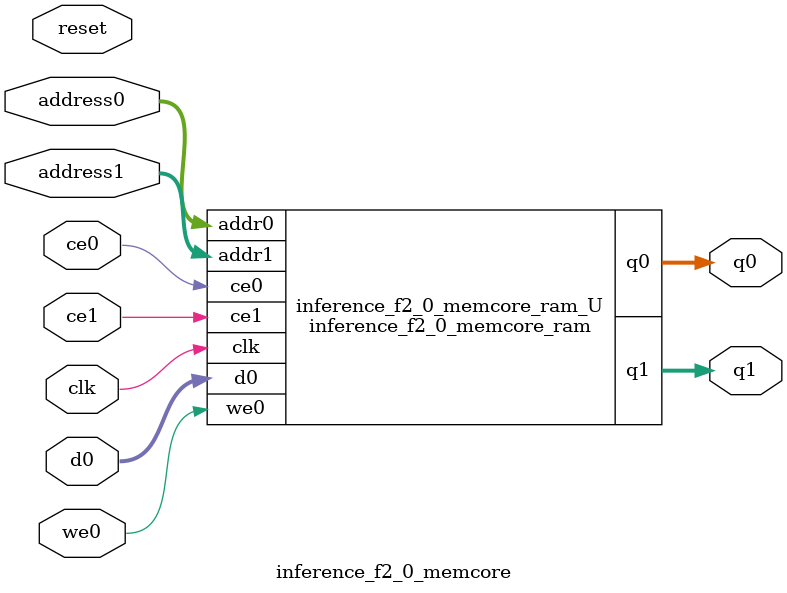
<source format=v>

`timescale 1 ns / 1 ps
module inference_f2_0_memcore_ram (addr0, ce0, d0, we0, q0, addr1, ce1, q1,  clk);

parameter DWIDTH = 32;
parameter AWIDTH = 9;
parameter MEM_SIZE = 480;

input[AWIDTH-1:0] addr0;
input ce0;
input[DWIDTH-1:0] d0;
input we0;
output reg[DWIDTH-1:0] q0;
input[AWIDTH-1:0] addr1;
input ce1;
output reg[DWIDTH-1:0] q1;
input clk;

(* ram_style = "block" *)reg [DWIDTH-1:0] ram[MEM_SIZE-1:0];




always @(posedge clk)  
begin 
    if (ce0) 
    begin
        if (we0) 
        begin 
            ram[addr0] <= d0; 
            q0 <= d0;
        end 
        else 
            q0 <= ram[addr0];
    end
end


always @(posedge clk)  
begin 
    if (ce1) 
    begin
            q1 <= ram[addr1];
    end
end


endmodule


`timescale 1 ns / 1 ps
module inference_f2_0_memcore(
    reset,
    clk,
    address0,
    ce0,
    we0,
    d0,
    q0,
    address1,
    ce1,
    q1);

parameter DataWidth = 32'd32;
parameter AddressRange = 32'd480;
parameter AddressWidth = 32'd9;
input reset;
input clk;
input[AddressWidth - 1:0] address0;
input ce0;
input we0;
input[DataWidth - 1:0] d0;
output[DataWidth - 1:0] q0;
input[AddressWidth - 1:0] address1;
input ce1;
output[DataWidth - 1:0] q1;



inference_f2_0_memcore_ram inference_f2_0_memcore_ram_U(
    .clk( clk ),
    .addr0( address0 ),
    .ce0( ce0 ),
    .d0( d0 ),
    .we0( we0 ),
    .q0( q0 ),
    .addr1( address1 ),
    .ce1( ce1 ),
    .q1( q1 ));

endmodule


</source>
